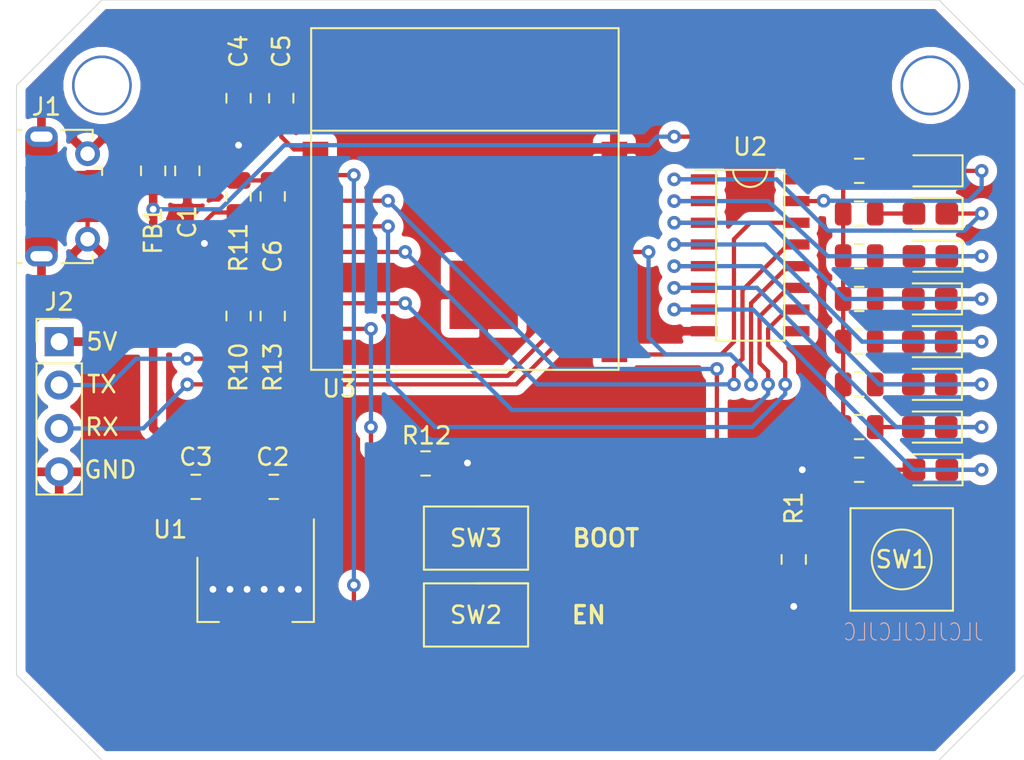
<source format=kicad_pcb>
(kicad_pcb (version 20171130) (host pcbnew "(5.1.6)-1")
  (title_block (title PacketVis) (date 2019-11-21) (rev A01) (comment 1 "ESP8266 Network Traffick Visualizer") (comment 2 "Chandler McCowan"))
  (layers (0 F.Cu signal) (31 B.Cu signal) (34 B.Paste user hide) (35 F.Paste user hide) (36 B.SilkS user) (37 F.SilkS user) (38 B.Mask user) (39 F.Mask user) (44 Edge.Cuts user hide))
  (net 0 "")
  (net 1 GND)
  (net 2 /ESP_EN)
  (net 3 +3V3)
  (net 4 /SW_1)
  (net 5 /OUTPUT_ENABLE)
  (net 6 "Net-(D3-Pad2)")
  (net 7 "Net-(D4-Pad2)")
  (net 8 "Net-(D5-Pad2)")
  (net 9 "Net-(D6-Pad2)")
  (net 10 "Net-(D7-Pad2)")
  (net 11 "Net-(D8-Pad2)")
  (net 12 /RST)
  (net 13 /LATCH)
  (net 14 /ESP_TX)
  (net 15 /ESP_RX)
  (net 16 /DATA)
  (net 17 /BOOT)
  (net 18 /CLOCK)
  (net 19 /CLEAR)
  (net 20 +5V)
  (net 21 /LED_1)
  (net 22 /LED_2)
  (net 23 /LED_3)
  (net 24 /LED_4)
  (net 25 /LED_5)
  (net 26 /LED_6)
  (net 27 /LED_7)
  (net 28 /LED_8)
  (net 29 "Net-(J1-Pad3)")
  (net 30 "Net-(J1-Pad4)")
  (net 31 "Net-(J1-Pad2)")
  (net 32 "Net-(C1-Pad1)")
  (net 33 "Net-(D1-Pad2)")
  (net 34 "Net-(D2-Pad2)")
  (net 35 "Net-(R13-Pad1)")
  (net 36 "Net-(U2-Pad9)")
  (net 37 "Net-(U3-Pad17)")
  (net 38 "Net-(U3-Pad16)")
  (module Connector_PinHeader_2.54mm:PinHeader_1x04_P2.54mm_Vertical (layer F.Cu) (at 184.68 94)
    (fp_text reference J2 (at 0 -2.33) (layer F.SilkS))
    (fp_text value Conn_01x04)
    (fp_line (start -1.33 8.95) (end 1.33 8.95) (layer F.SilkS) (width 0.12))
    (fp_line (start -1.33 1.27) (end -1.33 8.95) (layer F.SilkS) (width 0.12))
    (fp_line (start 1.33 1.27) (end 1.33 8.95) (layer F.SilkS) (width 0.12))
    (fp_line (start -1.33 1.27) (end 1.33 1.27) (layer F.SilkS) (width 0.12))
    (fp_line (start -1.33 0) (end -1.33 -1.33) (layer F.SilkS) (width 0.12))
    (fp_line (start -1.33 -1.33) (end 0 -1.33) (layer F.SilkS) (width 0.12))
    (pad 4 thru_hole oval (at 0 7.62) (size 1.7 1.7) (drill 1) (layers *.Cu *.Mask) (net 1 GND))
    (pad 3 thru_hole oval (at 0 5.08) (size 1.7 1.7) (drill 1) (layers *.Cu *.Mask) (net 15 /ESP_RX))
    (pad 2 thru_hole oval (at 0 2.54) (size 1.7 1.7) (drill 1) (layers *.Cu *.Mask) (net 14 /ESP_TX))
    (pad 1 thru_hole rect (at 0 0) (size 1.7 1.7) (drill 1) (layers *.Cu *.Mask) (net 20 +5V))
  )
  (module PacketVis_Footprints:ESP-WROOM-02D (layer F.Cu) (at 199.68 82.75)
    (fp_text reference U3 (at 1.4 14) (layer F.SilkS))
    (fp_text value ESP-WROOM-02D)
    (fp_line (start -0.25 -7.1) (end -0.25 12.9) (layer F.SilkS) (width 0.12))
    (fp_line (start -0.25 12.9) (end 17.75 12.9) (layer F.SilkS) (width 0.12))
    (fp_line (start 17.75 12.9) (end 17.75 -7.1) (layer F.SilkS) (width 0.12))
    (fp_line (start 17.75 -7.1) (end -0.25 -7.1) (layer F.SilkS) (width 0.12))
    (fp_line (start -0.25 -1.1) (end 17.75 -1.1) (layer F.SilkS) (width 0.12))
    (pad 19 smd rect (at 9.85 8.51) (size 4 4) (layers F.Cu F.Mask) (net 1 GND))
    (pad 18 smd rect (at 17.5 0) (size 1.5 0.9) (layers F.Cu F.Paste F.Mask) (net 1 GND))
    (pad 17 smd rect (at 17.5 1.5) (size 1.5 0.9) (layers F.Cu F.Paste F.Mask) (net 37 "Net-(U3-Pad17)"))
    (pad 16 smd rect (at 17.5 3) (size 1.5 0.9) (layers F.Cu F.Paste F.Mask) (net 38 "Net-(U3-Pad16)"))
    (pad 15 smd rect (at 17.5 4.5) (size 1.5 0.9) (layers F.Cu F.Paste F.Mask) (net 12 /RST))
    (pad 14 smd rect (at 17.5 6) (size 1.5 0.9) (layers F.Cu F.Paste F.Mask) (net 13 /LATCH))
    (pad 13 smd rect (at 17.5 7.5) (size 1.5 0.9) (layers F.Cu F.Paste F.Mask) (net 1 GND))
    (pad 12 smd rect (at 17.5 9) (size 1.5 0.9) (layers F.Cu F.Paste F.Mask) (net 14 /ESP_TX))
    (pad 11 smd rect (at 17.5 10.5) (size 1.5 0.9) (layers F.Cu F.Paste F.Mask) (net 15 /ESP_RX))
    (pad 10 smd rect (at 17.5 12) (size 1.5 0.9) (layers F.Cu F.Paste F.Mask) (net 16 /DATA))
    (pad 9 smd rect (at 0 12) (size 1.5 0.9) (layers F.Cu F.Paste F.Mask) (net 1 GND))
    (pad 8 smd rect (at 0 10.5) (size 1.5 0.9) (layers F.Cu F.Paste F.Mask) (net 17 /BOOT))
    (pad 7 smd rect (at 0 9) (size 1.5 0.9) (layers F.Cu F.Paste F.Mask) (net 18 /CLOCK))
    (pad 6 smd rect (at 0 7.5) (size 1.5 0.9) (layers F.Cu F.Paste F.Mask) (net 35 "Net-(R13-Pad1)"))
    (pad 5 smd rect (at 0 6) (size 1.5 0.9) (layers F.Cu F.Paste F.Mask) (net 5 /OUTPUT_ENABLE))
    (pad 4 smd rect (at 0 4.5) (size 1.5 0.9) (layers F.Cu F.Paste F.Mask) (net 19 /CLEAR))
    (pad 3 smd rect (at 0 3) (size 1.5 0.9) (layers F.Cu F.Paste F.Mask) (net 4 /SW_1))
    (pad 2 smd rect (at 0 1.5) (size 1.5 0.9) (layers F.Cu F.Paste F.Mask) (net 2 /ESP_EN))
    (pad 1 smd rect (at 0 0) (size 1.5 0.9) (layers F.Cu F.Paste F.Mask) (net 3 +3V3))
  )
  (module PacketVis_Footprints:SOIC-16 (layer F.Cu) (at 222.43 84.5)
    (fp_text reference U2 (at 2.7 -1.905) (layer F.SilkS))
    (fp_text value 74HC595)
    (fp_line (start 4.7 9.445) (end 0.7 9.445) (layer F.SilkS) (width 0.12))
    (fp_line (start 4.7 -0.555) (end 4.7 9.445) (layer F.SilkS) (width 0.12))
    (fp_line (start 0.7 -0.555) (end 4.7 -0.555) (layer F.SilkS) (width 0.12))
    (fp_line (start 0.7 9.445) (end 0.7 -0.555) (layer F.SilkS) (width 0.12))
    (fp_line (start 0.7 -0.555) (end -0.55 -0.555) (layer F.SilkS) (width 0.12))
    (fp_arc (start 2.7 -0.555) (end 1.7 -0.555) (angle -180) (layer F.SilkS) (width 0.12))
    (pad 16 smd rect (at 5.4 0) (size 1.55 0.6) (layers F.Cu F.Paste F.Mask) (net 20 +5V))
    (pad 15 smd rect (at 5.4 1.27) (size 1.55 0.6) (layers F.Cu F.Paste F.Mask) (net 21 /LED_1))
    (pad 14 smd rect (at 5.4 2.54) (size 1.55 0.6) (layers F.Cu F.Paste F.Mask) (net 16 /DATA))
    (pad 13 smd rect (at 5.4 3.81) (size 1.55 0.6) (layers F.Cu F.Paste F.Mask) (net 5 /OUTPUT_ENABLE))
    (pad 12 smd rect (at 5.4 5.08) (size 1.55 0.6) (layers F.Cu F.Paste F.Mask) (net 13 /LATCH))
    (pad 11 smd rect (at 5.4 6.35) (size 1.55 0.6) (layers F.Cu F.Paste F.Mask) (net 18 /CLOCK))
    (pad 10 smd rect (at 5.4 7.62) (size 1.55 0.6) (layers F.Cu F.Paste F.Mask) (net 19 /CLEAR))
    (pad 9 smd rect (at 5.4 8.89) (size 1.55 0.6) (layers F.Cu F.Paste F.Mask) (net 36 "Net-(U2-Pad9)"))
    (pad 8 smd rect (at 0 8.89) (size 1.55 0.6) (layers F.Cu F.Paste F.Mask) (net 1 GND))
    (pad 7 smd rect (at 0 7.62) (size 1.55 0.6) (layers F.Cu F.Paste F.Mask) (net 28 /LED_8))
    (pad 6 smd rect (at 0 6.35) (size 1.55 0.6) (layers F.Cu F.Paste F.Mask) (net 27 /LED_7))
    (pad 5 smd rect (at 0 5.08) (size 1.55 0.6) (layers F.Cu F.Paste F.Mask) (net 26 /LED_6))
    (pad 4 smd rect (at 0 3.81) (size 1.55 0.6) (layers F.Cu F.Paste F.Mask) (net 25 /LED_5))
    (pad 3 smd rect (at 0 2.54) (size 1.55 0.6) (layers F.Cu F.Paste F.Mask) (net 24 /LED_4))
    (pad 2 smd rect (at 0 1.27) (size 1.55 0.6) (layers F.Cu F.Paste F.Mask) (net 23 /LED_3))
    (pad 1 smd rect (at 0 0) (size 1.55 0.6) (layers F.Cu F.Paste F.Mask) (net 22 /LED_2))
  )
  (module PacketVis_Footprints:PTS636_SM25F_SMTR_LFS (layer F.Cu) (at 205.18 105.5)
    (fp_text reference SW3 (at 3.9 0) (layer F.SilkS))
    (fp_text value SW_SPST)
    (fp_line (start 3.9 -1.85) (end 6.95 -1.85) (layer F.SilkS) (width 0.12))
    (fp_line (start 6.95 1.85) (end 0.85 1.85) (layer F.SilkS) (width 0.12))
    (fp_line (start 6.95 -1.85) (end 6.95 1.85) (layer F.SilkS) (width 0.12))
    (fp_line (start 0.85 -1.85) (end 6.95 -1.85) (layer F.SilkS) (width 0.12))
    (fp_line (start 0.85 1.85) (end 0.85 -1.85) (layer F.SilkS) (width 0.12))
    (pad 1 smd rect (at 0 0 90) (size 2.1 2.4) (layers F.Cu F.Paste F.Mask) (net 17 /BOOT))
    (pad 2 smd rect (at 7.8 0 90) (size 2.1 2.4) (layers F.Cu F.Paste F.Mask) (net 1 GND))
  )
  (module PacketVis_Footprints:PTS636_SM25F_SMTR_LFS (layer F.Cu) (at 205.18 110)
    (fp_text reference SW2 (at 3.9 0) (layer F.SilkS))
    (fp_text value SW_SPST)
    (fp_line (start 3.9 -1.85) (end 6.95 -1.85) (layer F.SilkS) (width 0.12))
    (fp_line (start 6.95 1.85) (end 0.85 1.85) (layer F.SilkS) (width 0.12))
    (fp_line (start 6.95 -1.85) (end 6.95 1.85) (layer F.SilkS) (width 0.12))
    (fp_line (start 0.85 -1.85) (end 6.95 -1.85) (layer F.SilkS) (width 0.12))
    (fp_line (start 0.85 1.85) (end 0.85 -1.85) (layer F.SilkS) (width 0.12))
    (pad 1 smd rect (at 0 0 90) (size 2.1 2.4) (layers F.Cu F.Paste F.Mask) (net 2 /ESP_EN))
    (pad 2 smd rect (at 7.8 0 90) (size 2.1 2.4) (layers F.Cu F.Paste F.Mask) (net 1 GND))
  )
  (module "PacketVis_Footprints:PTS645SK50SMTR92 LFS" (layer F.Cu) (at 234 106.75)
    (fp_text reference SW1 (at 0 0) (layer F.SilkS))
    (fp_text value SW_Push_Dual)
    (fp_line (start 3 3) (end -3 3) (layer F.SilkS) (width 0.12))
    (fp_circle (center 0 0) (end 1.75 0) (layer F.SilkS) (width 0.12))
    (fp_line (start -3 3) (end -3 -3) (layer F.SilkS) (width 0.12))
    (fp_line (start 3 -3) (end 3 3) (layer F.SilkS) (width 0.12))
    (fp_line (start -3 -3) (end 3 -3) (layer F.SilkS) (width 0.12))
    (pad 3 smd rect (at 3.975 -2.25) (size 1.55 1.3) (layers F.Cu F.Paste F.Mask) (net 4 /SW_1))
    (pad 4 smd rect (at 3.975 2.25) (size 1.55 1.3) (layers F.Cu F.Paste F.Mask) (net 1 GND))
    (pad 2 smd rect (at -3.975 2.25) (size 1.55 1.3) (layers F.Cu F.Paste F.Mask) (net 1 GND))
    (pad 1 smd rect (at -3.975 -2.25) (size 1.55 1.3) (layers F.Cu F.Paste F.Mask) (net 4 /SW_1))
  )
  (module Inductor_SMD:L_0805_2012Metric (layer F.Cu) (at 190.18 84 270)
    (fp_text reference FB1 (at 3.5 0 90) (layer F.SilkS))
    (fp_text value Ferrite_Bead)
    (fp_line (start -0.258578 -0.71) (end 0.258578 -0.71) (layer F.SilkS) (width 0.12))
    (fp_line (start -0.258578 0.71) (end 0.258578 0.71) (layer F.SilkS) (width 0.12))
    (pad 2 smd roundrect (at 0.9375 0 270) (size 0.975 1.4) (layers F.Cu F.Paste F.Mask) (net 20 +5V))
    (pad 1 smd roundrect (at -0.9375 0 270) (size 0.975 1.4) (layers F.Cu F.Paste F.Mask) (net 32 "Net-(C1-Pad1)"))
  )
  (module Package_TO_SOT_SMD:SOT-223-3_TabPin2 (layer F.Cu) (at 196.18 108.5 270)
    (fp_text reference U1 (at -3.5 5 180) (layer F.SilkS))
    (fp_text value "3.3V 1A")
    (fp_line (start 1.91 3.41) (end 1.91 2.15) (layer F.SilkS) (width 0.12))
    (fp_line (start 1.91 -3.41) (end 1.91 -2.15) (layer F.SilkS) (width 0.12))
    (fp_line (start -1.85 3.41) (end 1.91 3.41) (layer F.SilkS) (width 0.12))
    (fp_line (start -4.1 -3.41) (end 1.91 -3.41) (layer F.SilkS) (width 0.12))
    (pad 1 smd rect (at -3.15 -2.3 270) (size 2 1.5) (layers F.Cu F.Paste F.Mask) (net 1 GND))
    (pad 3 smd rect (at -3.15 2.3 270) (size 2 1.5) (layers F.Cu F.Paste F.Mask) (net 20 +5V))
    (pad 2 smd rect (at -3.15 0 270) (size 2 1.5) (layers F.Cu F.Paste F.Mask) (net 3 +3V3))
    (pad 2 smd rect (at 3.15 0 270) (size 2 3.8) (layers F.Cu F.Paste F.Mask) (net 3 +3V3))
  )
  (module Resistor_SMD:R_0805_2012Metric (layer F.Cu) (at 195.18 92.5 90)
    (fp_text reference R10 (at -3 0 90) (layer F.SilkS))
    (fp_text value 10k)
    (fp_line (start -0.258578 -0.71) (end 0.258578 -0.71) (layer F.SilkS) (width 0.12))
    (fp_line (start -0.258578 0.71) (end 0.258578 0.71) (layer F.SilkS) (width 0.12))
    (pad 2 smd roundrect (at 0.9375 0 90) (size 0.975 1.4) (layers F.Cu F.Paste F.Mask) (net 5 /OUTPUT_ENABLE))
    (pad 1 smd roundrect (at -0.9375 0 90) (size 0.975 1.4) (layers F.Cu F.Paste F.Mask) (net 20 +5V))
  )
  (module Resistor_SMD:R_0805_2012Metric (layer F.Cu) (at 227.68 106.75 90)
    (fp_text reference R1 (at 3 0 90) (layer F.SilkS))
    (fp_text value 10k)
    (fp_line (start -0.258578 -0.71) (end 0.258578 -0.71) (layer F.SilkS) (width 0.12))
    (fp_line (start -0.258578 0.71) (end 0.258578 0.71) (layer F.SilkS) (width 0.12))
    (pad 2 smd roundrect (at 0.9375 0 90) (size 0.975 1.4) (layers F.Cu F.Paste F.Mask) (net 4 /SW_1))
    (pad 1 smd roundrect (at -0.9375 0 90) (size 0.975 1.4) (layers F.Cu F.Paste F.Mask) (net 3 +3V3))
  )
  (module Resistor_SMD:R_0805_2012Metric (layer F.Cu) (at 195.18 85.5 90)
    (fp_text reference R11 (at -3 0 90) (layer F.SilkS))
    (fp_text value 10k)
    (fp_line (start -0.258578 -0.71) (end 0.258578 -0.71) (layer F.SilkS) (width 0.12))
    (fp_line (start -0.258578 0.71) (end 0.258578 0.71) (layer F.SilkS) (width 0.12))
    (pad 2 smd roundrect (at 0.9375 0 90) (size 0.975 1.4) (layers F.Cu F.Paste F.Mask) (net 2 /ESP_EN))
    (pad 1 smd roundrect (at -0.9375 0 90) (size 0.975 1.4) (layers F.Cu F.Paste F.Mask) (net 3 +3V3))
  )
  (module Resistor_SMD:R_0805_2012Metric (layer F.Cu) (at 197.18 92.5 270)
    (fp_text reference R13 (at 3 0 90) (layer F.SilkS))
    (fp_text value 10k)
    (fp_line (start -0.258578 -0.71) (end 0.258578 -0.71) (layer F.SilkS) (width 0.12))
    (fp_line (start -0.258578 0.71) (end 0.258578 0.71) (layer F.SilkS) (width 0.12))
    (pad 2 smd roundrect (at 0.9375 0 270) (size 0.975 1.4) (layers F.Cu F.Paste F.Mask) (net 1 GND))
    (pad 1 smd roundrect (at -0.9375 0 270) (size 0.975 1.4) (layers F.Cu F.Paste F.Mask) (net 35 "Net-(R13-Pad1)"))
  )
  (module Resistor_SMD:R_0805_2012Metric (layer F.Cu) (at 206.13 101.13 180)
    (fp_text reference R12 (at -0.05 1.63) (layer F.SilkS))
    (fp_text value 10k)
    (fp_line (start -0.258578 -0.71) (end 0.258578 -0.71) (layer F.SilkS) (width 0.12))
    (fp_line (start -0.258578 0.71) (end 0.258578 0.71) (layer F.SilkS) (width 0.12))
    (pad 2 smd roundrect (at 0.9375 0 180) (size 0.975 1.4) (layers F.Cu F.Paste F.Mask) (net 17 /BOOT))
    (pad 1 smd roundrect (at -0.9375 0 180) (size 0.975 1.4) (layers F.Cu F.Paste F.Mask) (net 3 +3V3))
  )
  (module Connector_USB:USB_Micro-B_Molex-105017-0001 (layer F.Cu) (at 184.88 85.5 270)
    (fp_text reference J1 (at -5.25 0.95 180) (layer F.SilkS))
    (fp_text value USB_B_Micro)
    (fp_line (start -3.9 -1.7625) (end -3.45 -1.7625) (layer F.SilkS) (width 0.12))
    (fp_line (start -3.9 0.0875) (end -3.9 -1.7625) (layer F.SilkS) (width 0.12))
    (fp_line (start 3.9 2.6375) (end 3.9 2.3875) (layer F.SilkS) (width 0.12))
    (fp_line (start -3.9 2.6375) (end -3.9 2.3875) (layer F.SilkS) (width 0.12))
    (fp_line (start 3.9 0.0875) (end 3.9 -1.7625) (layer F.SilkS) (width 0.12))
    (fp_line (start 3.9 -1.7625) (end 3.45 -1.7625) (layer F.SilkS) (width 0.12))
    (fp_line (start -1.7 -2.3125) (end -1.25 -2.3125) (layer F.SilkS) (width 0.12))
    (fp_line (start -1.7 -2.3125) (end -1.7 -1.8625) (layer F.SilkS) (width 0.12))
    (pad 6 smd rect (at -2.9 1.2375 270) (size 1.2 1.9) (layers F.Cu F.Mask) (net 1 GND))
    (pad 6 smd rect (at 2.9 1.2375 270) (size 1.2 1.9) (layers F.Cu F.Mask) (net 1 GND))
    (pad 6 thru_hole oval (at 3.5 1.2375 270) (size 1.2 1.9) (drill oval 0.6 1.3) (layers *.Cu *.Mask) (net 1 GND))
    (pad 6 thru_hole oval (at -3.5 1.2375 90) (size 1.2 1.9) (drill oval 0.6 1.3) (layers *.Cu *.Mask) (net 1 GND))
    (pad 6 smd rect (at -1 1.2375 270) (size 1.5 1.9) (layers F.Cu F.Paste F.Mask) (net 1 GND))
    (pad 6 thru_hole circle (at 2.5 -1.4625 270) (size 1.45 1.45) (drill 0.85) (layers *.Cu *.Mask) (net 1 GND))
    (pad 3 smd rect (at 0 -1.4625 270) (size 0.4 1.35) (layers F.Cu F.Paste F.Mask) (net 29 "Net-(J1-Pad3)"))
    (pad 4 smd rect (at 0.65 -1.4625 270) (size 0.4 1.35) (layers F.Cu F.Paste F.Mask) (net 30 "Net-(J1-Pad4)"))
    (pad 5 smd rect (at 1.3 -1.4625 270) (size 0.4 1.35) (layers F.Cu F.Paste F.Mask) (net 1 GND))
    (pad 1 smd rect (at -1.3 -1.4625 270) (size 0.4 1.35) (layers F.Cu F.Paste F.Mask) (net 32 "Net-(C1-Pad1)"))
    (pad 2 smd rect (at -0.65 -1.4625 270) (size 0.4 1.35) (layers F.Cu F.Paste F.Mask) (net 31 "Net-(J1-Pad2)"))
    (pad 6 thru_hole circle (at -2.5 -1.4625 270) (size 1.45 1.45) (drill 0.85) (layers *.Cu *.Mask) (net 1 GND))
    (pad 6 smd rect (at 1 1.2375 270) (size 1.5 1.9) (layers F.Cu F.Paste F.Mask) (net 1 GND))
  )
  (module Capacitor_SMD:C_0805_2012Metric (layer F.Cu) (at 197.2425 102.5)
    (fp_text reference C2 (at -0.0625 -1.75) (layer F.SilkS))
    (fp_text value 4.7uF)
    (fp_line (start -0.258578 -0.71) (end 0.258578 -0.71) (layer F.SilkS) (width 0.12))
    (fp_line (start -0.258578 0.71) (end 0.258578 0.71) (layer F.SilkS) (width 0.12))
    (pad 2 smd roundrect (at 0.9375 0) (size 0.975 1.4) (layers F.Cu F.Paste F.Mask) (net 1 GND))
    (pad 1 smd roundrect (at -0.9375 0) (size 0.975 1.4) (layers F.Cu F.Paste F.Mask) (net 3 +3V3))
  )
  (module Capacitor_SMD:C_0805_2012Metric (layer F.Cu) (at 197.18 85.5 270)
    (fp_text reference C6 (at 3.5 0 90) (layer F.SilkS))
    (fp_text value 0.1uF)
    (fp_line (start -0.258578 -0.71) (end 0.258578 -0.71) (layer F.SilkS) (width 0.12))
    (fp_line (start -0.258578 0.71) (end 0.258578 0.71) (layer F.SilkS) (width 0.12))
    (pad 2 smd roundrect (at 0.9375 0 270) (size 0.975 1.4) (layers F.Cu F.Paste F.Mask) (net 1 GND))
    (pad 1 smd roundrect (at -0.9375 0 270) (size 0.975 1.4) (layers F.Cu F.Paste F.Mask) (net 2 /ESP_EN))
  )
  (module Capacitor_SMD:C_0805_2012Metric (layer F.Cu) (at 192.68 102.5 180)
    (fp_text reference C3 (at 0 1.75) (layer F.SilkS))
    (fp_text value 4.7uF)
    (fp_line (start -0.258578 -0.71) (end 0.258578 -0.71) (layer F.SilkS) (width 0.12))
    (fp_line (start -0.258578 0.71) (end 0.258578 0.71) (layer F.SilkS) (width 0.12))
    (pad 2 smd roundrect (at 0.9375 0 180) (size 0.975 1.4) (layers F.Cu F.Paste F.Mask) (net 1 GND))
    (pad 1 smd roundrect (at -0.9375 0 180) (size 0.975 1.4) (layers F.Cu F.Paste F.Mask) (net 20 +5V))
  )
  (module Capacitor_SMD:C_0805_2012Metric (layer F.Cu) (at 192.18 84 270)
    (fp_text reference C1 (at 3 0 90) (layer F.SilkS))
    (fp_text value 47pF)
    (fp_line (start -0.258578 -0.71) (end 0.258578 -0.71) (layer F.SilkS) (width 0.12))
    (fp_line (start -0.258578 0.71) (end 0.258578 0.71) (layer F.SilkS) (width 0.12))
    (pad 2 smd roundrect (at 0.9375 0 270) (size 0.975 1.4) (layers F.Cu F.Paste F.Mask) (net 1 GND))
    (pad 1 smd roundrect (at -0.9375 0 270) (size 0.975 1.4) (layers F.Cu F.Paste F.Mask) (net 32 "Net-(C1-Pad1)"))
  )
  (module Capacitor_SMD:C_0805_2012Metric (layer F.Cu) (at 197.68 79.75 90)
    (fp_text reference C5 (at 2.75 0 90) (layer F.SilkS))
    (fp_text value 0.1uF)
    (fp_line (start -0.258578 -0.71) (end 0.258578 -0.71) (layer F.SilkS) (width 0.12))
    (fp_line (start -0.258578 0.71) (end 0.258578 0.71) (layer F.SilkS) (width 0.12))
    (pad 2 smd roundrect (at 0.9375 0 90) (size 0.975 1.4) (layers F.Cu F.Paste F.Mask) (net 1 GND))
    (pad 1 smd roundrect (at -0.9375 0 90) (size 0.975 1.4) (layers F.Cu F.Paste F.Mask) (net 3 +3V3))
  )
  (module Capacitor_SMD:C_0805_2012Metric (layer F.Cu) (at 195.18 79.75 90)
    (fp_text reference C4 (at 2.75 0 90) (layer F.SilkS))
    (fp_text value 10uF)
    (fp_line (start -0.258578 -0.71) (end 0.258578 -0.71) (layer F.SilkS) (width 0.12))
    (fp_line (start -0.258578 0.71) (end 0.258578 0.71) (layer F.SilkS) (width 0.12))
    (pad 2 smd roundrect (at 0.9375 0 90) (size 0.975 1.4) (layers F.Cu F.Paste F.Mask) (net 1 GND))
    (pad 1 smd roundrect (at -0.9375 0 90) (size 0.975 1.4) (layers F.Cu F.Paste F.Mask) (net 3 +3V3))
  )
  (module Resistor_SMD:R_0805_2012Metric (layer F.Cu) (at 231.51 101.5)
    (fp_text reference R9 hide)
    (fp_text value 75R)
    (fp_line (start -0.258578 -0.71) (end 0.258578 -0.71) (layer F.SilkS) (width 0.12))
    (fp_line (start -0.258578 0.71) (end 0.258578 0.71) (layer F.SilkS) (width 0.12))
    (pad 2 smd roundrect (at 0.9375 0) (size 0.975 1.4) (layers F.Cu F.Paste F.Mask) (net 11 "Net-(D8-Pad2)"))
    (pad 1 smd roundrect (at -0.9375 0) (size 0.975 1.4) (layers F.Cu F.Paste F.Mask) (net 3 +3V3))
  )
  (module Resistor_SMD:R_0805_2012Metric (layer F.Cu) (at 231.51 99)
    (fp_text reference R8 hide)
    (fp_text value 75R)
    (fp_line (start -0.258578 -0.71) (end 0.258578 -0.71) (layer F.SilkS) (width 0.12))
    (fp_line (start -0.258578 0.71) (end 0.258578 0.71) (layer F.SilkS) (width 0.12))
    (pad 2 smd roundrect (at 0.9375 0) (size 0.975 1.4) (layers F.Cu F.Paste F.Mask) (net 10 "Net-(D7-Pad2)"))
    (pad 1 smd roundrect (at -0.9375 0) (size 0.975 1.4) (layers F.Cu F.Paste F.Mask) (net 3 +3V3))
  )
  (module Resistor_SMD:R_0805_2012Metric (layer F.Cu) (at 231.51 96.5)
    (fp_text reference R7 hide)
    (fp_text value 75R)
    (fp_line (start -0.258578 -0.71) (end 0.258578 -0.71) (layer F.SilkS) (width 0.12))
    (fp_line (start -0.258578 0.71) (end 0.258578 0.71) (layer F.SilkS) (width 0.12))
    (pad 2 smd roundrect (at 0.9375 0) (size 0.975 1.4) (layers F.Cu F.Paste F.Mask) (net 9 "Net-(D6-Pad2)"))
    (pad 1 smd roundrect (at -0.9375 0) (size 0.975 1.4) (layers F.Cu F.Paste F.Mask) (net 3 +3V3))
  )
  (module Resistor_SMD:R_0805_2012Metric (layer F.Cu) (at 231.51 94)
    (fp_text reference R6 hide)
    (fp_text value 75R)
    (fp_line (start -0.258578 -0.71) (end 0.258578 -0.71) (layer F.SilkS) (width 0.12))
    (fp_line (start -0.258578 0.71) (end 0.258578 0.71) (layer F.SilkS) (width 0.12))
    (pad 2 smd roundrect (at 0.9375 0) (size 0.975 1.4) (layers F.Cu F.Paste F.Mask) (net 8 "Net-(D5-Pad2)"))
    (pad 1 smd roundrect (at -0.9375 0) (size 0.975 1.4) (layers F.Cu F.Paste F.Mask) (net 3 +3V3))
  )
  (module Resistor_SMD:R_0805_2012Metric (layer F.Cu) (at 231.51 91.5)
    (fp_text reference R5 hide)
    (fp_text value 75R)
    (fp_line (start -0.258578 -0.71) (end 0.258578 -0.71) (layer F.SilkS) (width 0.12))
    (fp_line (start -0.258578 0.71) (end 0.258578 0.71) (layer F.SilkS) (width 0.12))
    (pad 2 smd roundrect (at 0.9375 0) (size 0.975 1.4) (layers F.Cu F.Paste F.Mask) (net 7 "Net-(D4-Pad2)"))
    (pad 1 smd roundrect (at -0.9375 0) (size 0.975 1.4) (layers F.Cu F.Paste F.Mask) (net 3 +3V3))
  )
  (module Resistor_SMD:R_0805_2012Metric (layer F.Cu) (at 231.51 89)
    (fp_text reference R4 hide)
    (fp_text value 75R)
    (fp_line (start -0.258578 -0.71) (end 0.258578 -0.71) (layer F.SilkS) (width 0.12))
    (fp_line (start -0.258578 0.71) (end 0.258578 0.71) (layer F.SilkS) (width 0.12))
    (pad 2 smd roundrect (at 0.9375 0) (size 0.975 1.4) (layers F.Cu F.Paste F.Mask) (net 6 "Net-(D3-Pad2)"))
    (pad 1 smd roundrect (at -0.9375 0) (size 0.975 1.4) (layers F.Cu F.Paste F.Mask) (net 3 +3V3))
  )
  (module Resistor_SMD:R_0805_2012Metric (layer F.Cu) (at 231.51 86.5)
    (fp_text reference R3 hide)
    (fp_text value 75R)
    (fp_line (start -0.258578 -0.71) (end 0.258578 -0.71) (layer F.SilkS) (width 0.12))
    (fp_line (start -0.258578 0.71) (end 0.258578 0.71) (layer F.SilkS) (width 0.12))
    (pad 2 smd roundrect (at 0.9375 0) (size 0.975 1.4) (layers F.Cu F.Paste F.Mask) (net 34 "Net-(D2-Pad2)"))
    (pad 1 smd roundrect (at -0.9375 0) (size 0.975 1.4) (layers F.Cu F.Paste F.Mask) (net 3 +3V3))
  )
  (module Resistor_SMD:R_0805_2012Metric (layer F.Cu) (at 231.51 84)
    (fp_text reference R2 hide)
    (fp_text value 75R)
    (fp_line (start -0.258578 -0.71) (end 0.258578 -0.71) (layer F.SilkS) (width 0.12))
    (fp_line (start -0.258578 0.71) (end 0.258578 0.71) (layer F.SilkS) (width 0.12))
    (pad 2 smd roundrect (at 0.9375 0) (size 0.975 1.4) (layers F.Cu F.Paste F.Mask) (net 33 "Net-(D1-Pad2)"))
    (pad 1 smd roundrect (at -0.9375 0) (size 0.975 1.4) (layers F.Cu F.Paste F.Mask) (net 3 +3V3))
  )
  (module LED_SMD:LED_0805_2012Metric_Castellated (layer F.Cu) (at 235.68 84 180)
    (fp_text reference D1 hide)
    (fp_text value LED)
    (fp_line (start 1 -0.91) (end -1.885 -0.91) (layer F.SilkS) (width 0.12))
    (fp_line (start -1.885 -0.91) (end -1.885 0.91) (layer F.SilkS) (width 0.12))
    (fp_line (start -1.885 0.91) (end 1 0.91) (layer F.SilkS) (width 0.12))
    (pad 2 smd roundrect (at 0.9625 0 180) (size 1.325 1.3) (layers F.Cu F.Paste F.Mask) (roundrect_rratio 0.192308) (net 33 "Net-(D1-Pad2)"))
    (pad 1 smd roundrect (at -0.9625 0 180) (size 1.325 1.3) (layers F.Cu F.Paste F.Mask) (roundrect_rratio 0.192308) (net 21 /LED_1))
  )
  (module LED_SMD:LED_0805_2012Metric_Castellated (layer F.Cu) (at 235.68 101.5 180)
    (fp_text reference D8 hide)
    (fp_text value LED)
    (fp_line (start 1 -0.91) (end -1.885 -0.91) (layer F.SilkS) (width 0.12))
    (fp_line (start -1.885 -0.91) (end -1.885 0.91) (layer F.SilkS) (width 0.12))
    (fp_line (start -1.885 0.91) (end 1 0.91) (layer F.SilkS) (width 0.12))
    (pad 2 smd roundrect (at 0.9625 0 180) (size 1.325 1.3) (layers F.Cu F.Paste F.Mask) (roundrect_rratio 0.192308) (net 11 "Net-(D8-Pad2)"))
    (pad 1 smd roundrect (at -0.9625 0 180) (size 1.325 1.3) (layers F.Cu F.Paste F.Mask) (roundrect_rratio 0.192308) (net 28 /LED_8))
  )
  (module LED_SMD:LED_0805_2012Metric_Castellated (layer F.Cu) (at 235.6425 99 180)
    (fp_text reference D7 hide)
    (fp_text value LED)
    (fp_line (start 1 -0.91) (end -1.885 -0.91) (layer F.SilkS) (width 0.12))
    (fp_line (start -1.885 -0.91) (end -1.885 0.91) (layer F.SilkS) (width 0.12))
    (fp_line (start -1.885 0.91) (end 1 0.91) (layer F.SilkS) (width 0.12))
    (pad 2 smd roundrect (at 0.9625 0 180) (size 1.325 1.3) (layers F.Cu F.Paste F.Mask) (roundrect_rratio 0.192308) (net 10 "Net-(D7-Pad2)"))
    (pad 1 smd roundrect (at -0.9625 0 180) (size 1.325 1.3) (layers F.Cu F.Paste F.Mask) (roundrect_rratio 0.192308) (net 27 /LED_7))
  )
  (module LED_SMD:LED_0805_2012Metric_Castellated (layer F.Cu) (at 235.6425 96.5 180)
    (fp_text reference D6 hide)
    (fp_text value LED)
    (fp_line (start 1 -0.91) (end -1.885 -0.91) (layer F.SilkS) (width 0.12))
    (fp_line (start -1.885 -0.91) (end -1.885 0.91) (layer F.SilkS) (width 0.12))
    (fp_line (start -1.885 0.91) (end 1 0.91) (layer F.SilkS) (width 0.12))
    (pad 2 smd roundrect (at 0.9625 0 180) (size 1.325 1.3) (layers F.Cu F.Paste F.Mask) (roundrect_rratio 0.192308) (net 9 "Net-(D6-Pad2)"))
    (pad 1 smd roundrect (at -0.9625 0 180) (size 1.325 1.3) (layers F.Cu F.Paste F.Mask) (roundrect_rratio 0.192308) (net 26 /LED_6))
  )
  (module LED_SMD:LED_0805_2012Metric_Castellated (layer F.Cu) (at 235.6425 94 180)
    (fp_text reference D5 hide)
    (fp_text value LED)
    (fp_line (start 1 -0.91) (end -1.885 -0.91) (layer F.SilkS) (width 0.12))
    (fp_line (start -1.885 -0.91) (end -1.885 0.91) (layer F.SilkS) (width 0.12))
    (fp_line (start -1.885 0.91) (end 1 0.91) (layer F.SilkS) (width 0.12))
    (pad 2 smd roundrect (at 0.9625 0 180) (size 1.325 1.3) (layers F.Cu F.Paste F.Mask) (roundrect_rratio 0.192308) (net 8 "Net-(D5-Pad2)"))
    (pad 1 smd roundrect (at -0.9625 0 180) (size 1.325 1.3) (layers F.Cu F.Paste F.Mask) (roundrect_rratio 0.192308) (net 25 /LED_5))
  )
  (module LED_SMD:LED_0805_2012Metric_Castellated (layer F.Cu) (at 235.6425 91.5 180)
    (fp_text reference D4 hide)
    (fp_text value LED)
    (fp_line (start 1 -0.91) (end -1.885 -0.91) (layer F.SilkS) (width 0.12))
    (fp_line (start -1.885 -0.91) (end -1.885 0.91) (layer F.SilkS) (width 0.12))
    (fp_line (start -1.885 0.91) (end 1 0.91) (layer F.SilkS) (width 0.12))
    (pad 2 smd roundrect (at 0.9625 0 180) (size 1.325 1.3) (layers F.Cu F.Paste F.Mask) (roundrect_rratio 0.192308) (net 7 "Net-(D4-Pad2)"))
    (pad 1 smd roundrect (at -0.9625 0 180) (size 1.325 1.3) (layers F.Cu F.Paste F.Mask) (roundrect_rratio 0.192308) (net 24 /LED_4))
  )
  (module LED_SMD:LED_0805_2012Metric_Castellated (layer F.Cu) (at 235.68 89 180)
    (fp_text reference D3 hide)
    (fp_text value LED)
    (fp_line (start 1 -0.91) (end -1.885 -0.91) (layer F.SilkS) (width 0.12))
    (fp_line (start -1.885 -0.91) (end -1.885 0.91) (layer F.SilkS) (width 0.12))
    (fp_line (start -1.885 0.91) (end 1 0.91) (layer F.SilkS) (width 0.12))
    (pad 2 smd roundrect (at 0.9625 0 180) (size 1.325 1.3) (layers F.Cu F.Paste F.Mask) (roundrect_rratio 0.192308) (net 6 "Net-(D3-Pad2)"))
    (pad 1 smd roundrect (at -0.9625 0 180) (size 1.325 1.3) (layers F.Cu F.Paste F.Mask) (roundrect_rratio 0.192308) (net 23 /LED_3))
  )
  (module LED_SMD:LED_0805_2012Metric_Castellated (layer F.Cu) (at 235.68 86.5 180)
    (fp_text reference D2 hide)
    (fp_text value LED)
    (fp_line (start 1 -0.91) (end -1.885 -0.91) (layer F.SilkS) (width 0.12))
    (fp_line (start -1.885 -0.91) (end -1.885 0.91) (layer F.SilkS) (width 0.12))
    (fp_line (start -1.885 0.91) (end 1 0.91) (layer F.SilkS) (width 0.12))
    (pad 2 smd roundrect (at 0.9625 0 180) (size 1.325 1.3) (layers F.Cu F.Paste F.Mask) (roundrect_rratio 0.192308) (net 34 "Net-(D2-Pad2)"))
    (pad 1 smd roundrect (at -0.9625 0 180) (size 1.325 1.3) (layers F.Cu F.Paste F.Mask) (roundrect_rratio 0.192308) (net 22 /LED_2))
  )
  (gr_text JLCJLCJLCJLC (at 234.68 111) (layer B.SilkS) (effects (font (size 1 0.8) (thickness 0.0625)) (justify mirror)))
  (gr_text 5V (at 187.18 94) (layer F.SilkS) (effects (font (size 1 1))))
  (gr_text GND (at 187.68 101.5) (layer F.SilkS) (effects (font (size 1 1))))
  (gr_text RX (at 187.18 99) (layer F.SilkS) (effects (font (size 1 1))))
  (gr_text TX (at 187.18 96.5) (layer F.SilkS) (effects (font (size 1 1))))
  (gr_text EN (at 215.68 110) (layer F.SilkS) (effects (font (size 1 1) (thickness 0.2))))
  (gr_text BOOT (at 216.68 105.5) (layer F.SilkS) (effects (font (size 1 1) (thickness 0.2))))
  (gr_line (start 182.18 79) (end 187.18 74) (layer Edge.Cuts) (width 0.05))
  (gr_line (start 187.18 118.5) (end 182.18 113.5) (layer Edge.Cuts) (width 0.05))
  (gr_line (start 236.18 118.5) (end 241.18 113.5) (layer Edge.Cuts) (width 0.05))
  (gr_line (start 236.18 74) (end 241.18 79) (layer Edge.Cuts) (width 0.05))
  (gr_line (start 182.18 79) (end 182.18 113.5) (layer Edge.Cuts) (width 0.05))
  (gr_line (start 236.18 74) (end 187.18 74) (layer Edge.Cuts) (width 0.05))
  (gr_line (start 241.18 113.5) (end 241.18 79) (layer Edge.Cuts) (width 0.05))
  (gr_line (start 187.18 118.5) (end 236.18 118.5) (layer Edge.Cuts) (width 0.05))
  (via (at 187.18 79) (size 3.5) (drill 3.2) (layers F.Cu B.Cu) (net 0))
  (via (at 235.68 79) (size 3.5) (drill 3.2) (layers F.Cu B.Cu) (net 0))
  (segment (start 198.48 105.35) (end 201.03 105.35) (width 1.5) (layer F.Cu) (net 1))
  (segment (start 186.3425 86.8) (end 186.3425 88) (width 0.25) (layer F.Cu) (net 1))
  (segment (start 199.3675 84.5625) (end 199.68 84.25) (width 0.25) (layer F.Cu) (net 2))
  (segment (start 197.18 84.5625) (end 199.3675 84.5625) (width 0.25) (layer F.Cu) (net 2))
  (segment (start 197.18 84.5625) (end 195.18 84.5625) (width 0.25) (layer F.Cu) (net 2))
  (segment (start 199.68 84.25) (end 201.92996 84.25) (width 0.25) (layer F.Cu) (net 2))
  (via (at 201.92996 84.25) (size 0.8) (drill 0.4) (layers F.Cu B.Cu) (net 2))
  (via (at 201.930008 108.250008) (size 0.8) (drill 0.4) (layers F.Cu B.Cu) (net 2))
  (segment (start 201.92996 84.25) (end 201.92996 108.24996) (width 0.25) (layer B.Cu) (net 2))
  (segment (start 201.92996 108.24996) (end 201.930008 108.250008) (width 0.25) (layer B.Cu) (net 2))
  (segment (start 201.93 108.250016) (end 201.930008 108.250008) (width 0.25) (layer F.Cu) (net 2))
  (segment (start 201.93 109.5) (end 201.93 108.250016) (width 0.25) (layer F.Cu) (net 2))
  (segment (start 205.18 110) (end 202.43 110) (width 0.25) (layer F.Cu) (net 2))
  (segment (start 202.43 110) (end 201.93 109.5) (width 0.25) (layer F.Cu) (net 2))
  (via (at 193.68 108.5) (size 0.8) (drill 0.4) (layers F.Cu B.Cu) (net 3))
  (via (at 194.68 108.5) (size 0.8) (drill 0.4) (layers F.Cu B.Cu) (net 3))
  (via (at 195.68 108.5) (size 0.8) (drill 0.4) (layers F.Cu B.Cu) (net 3))
  (via (at 196.68 108.5) (size 0.8) (drill 0.4) (layers F.Cu B.Cu) (net 3))
  (via (at 197.68 108.5) (size 0.8) (drill 0.4) (layers F.Cu B.Cu) (net 3))
  (via (at 198.68 108.5) (size 0.8) (drill 0.4) (layers F.Cu B.Cu) (net 3))
  (segment (start 230.5725 84) (end 230.5725 101.5) (width 0.25) (layer F.Cu) (net 3))
  (segment (start 199.68 82.75) (end 198.43 82.75) (width 0.25) (layer F.Cu) (net 3))
  (segment (start 198.43 82.75) (end 197.68 82) (width 0.25) (layer F.Cu) (net 3))
  (segment (start 197.68 82) (end 197.68 80.6875) (width 0.25) (layer F.Cu) (net 3))
  (segment (start 196.88 80.6875) (end 195.18 80.6875) (width 0.25) (layer F.Cu) (net 3))
  (segment (start 197.68 80.6875) (end 196.88 80.6875) (width 0.25) (layer F.Cu) (net 3))
  (segment (start 196.18 102.625) (end 196.305 102.5) (width 0.25) (layer F.Cu) (net 3))
  (segment (start 196.18 105.35) (end 196.18 102.625) (width 0.5) (layer F.Cu) (net 3))
  (segment (start 195.18 80.6875) (end 195.18 82.5) (width 0.25) (layer F.Cu) (net 3))
  (via (at 195.18 82.5) (size 0.8) (drill 0.4) (layers F.Cu B.Cu) (net 3))
  (via (at 208.58 101.1) (size 0.8) (drill 0.4) (layers F.Cu B.Cu) (net 3))
  (via (at 193.18 88.25) (size 0.8) (drill 0.4) (layers F.Cu B.Cu) (net 3))
  (segment (start 207.0975 101.1) (end 207.0675 101.13) (width 0.25) (layer F.Cu) (net 3))
  (segment (start 208.58 101.1) (end 207.0975 101.1) (width 0.25) (layer F.Cu) (net 3))
  (segment (start 227.68 107.6875) (end 227.68 109.5) (width 0.25) (layer F.Cu) (net 3))
  (via (at 227.68 109.5) (size 0.8) (drill 0.4) (layers F.Cu B.Cu) (net 3))
  (segment (start 193.18 87) (end 193.18 88.25) (width 0.25) (layer F.Cu) (net 3))
  (segment (start 195.18 86.4375) (end 193.7425 86.4375) (width 0.25) (layer F.Cu) (net 3))
  (segment (start 193.7425 86.4375) (end 193.18 87) (width 0.25) (layer F.Cu) (net 3))
  (via (at 228.18 101.5) (size 0.8) (drill 0.4) (layers F.Cu B.Cu) (net 3))
  (segment (start 230.5725 101.5) (end 228.18 101.5) (width 0.25) (layer F.Cu) (net 3))
  (segment (start 228.18 104.5) (end 230.025 104.5) (width 0.25) (layer F.Cu) (net 4))
  (segment (start 227.68 105.8125) (end 227.68 105) (width 0.25) (layer F.Cu) (net 4))
  (segment (start 227.68 105) (end 228.18 104.5) (width 0.25) (layer F.Cu) (net 4))
  (segment (start 230.025 104.5) (end 237.975 104.5) (width 0.25) (layer F.Cu) (net 4))
  (via (at 203.93 85.749994) (size 0.8) (drill 0.4) (layers F.Cu B.Cu) (net 4))
  (segment (start 199.68 85.75) (end 203.929994 85.75) (width 0.25) (layer F.Cu) (net 4))
  (segment (start 203.929994 85.75) (end 203.93 85.749994) (width 0.25) (layer F.Cu) (net 4))
  (segment (start 222.614315 95.6) (end 223.18 95.6) (width 0.25) (layer B.Cu) (net 4))
  (segment (start 213.780006 95.6) (end 222.614315 95.6) (width 0.25) (layer B.Cu) (net 4))
  (segment (start 203.93 85.749994) (end 213.780006 95.6) (width 0.25) (layer B.Cu) (net 4))
  (via (at 223.18 95.6) (size 0.8) (drill 0.4) (layers F.Cu B.Cu) (net 4))
  (segment (start 223.18 96.165685) (end 223.18 95.6) (width 0.25) (layer F.Cu) (net 4))
  (segment (start 223.18 103) (end 223.18 96.165685) (width 0.25) (layer F.Cu) (net 4))
  (segment (start 227.68 105.8125) (end 225.9925 105.8125) (width 0.25) (layer F.Cu) (net 4))
  (segment (start 225.9925 105.8125) (end 223.18 103) (width 0.25) (layer F.Cu) (net 4))
  (segment (start 199.68 88.75) (end 195.93 88.75) (width 0.25) (layer F.Cu) (net 5))
  (segment (start 195.93 88.75) (end 195.18 89.5) (width 0.25) (layer F.Cu) (net 5))
  (segment (start 195.18 89.5) (end 195.18 91.5625) (width 0.25) (layer F.Cu) (net 5))
  (via (at 204.930018 88.75) (size 0.8) (drill 0.4) (layers F.Cu B.Cu) (net 5))
  (segment (start 199.68 88.75) (end 204.930018 88.75) (width 0.25) (layer F.Cu) (net 5))
  (segment (start 204.930018 88.75) (end 212.680018 96.5) (width 0.25) (layer B.Cu) (net 5))
  (segment (start 212.680018 96.5) (end 223.614315 96.5) (width 0.25) (layer B.Cu) (net 5))
  (via (at 224.18 96.5) (size 0.8) (drill 0.4) (layers F.Cu B.Cu) (net 5))
  (segment (start 223.614315 96.5) (end 224.18 96.5) (width 0.25) (layer B.Cu) (net 5))
  (segment (start 224.68 90.985) (end 224.68 95) (width 0.25) (layer F.Cu) (net 5))
  (segment (start 227.83 88.31) (end 227.355 88.31) (width 0.25) (layer F.Cu) (net 5))
  (segment (start 227.355 88.31) (end 224.68 90.985) (width 0.25) (layer F.Cu) (net 5))
  (segment (start 224.68 95) (end 224.18 95.5) (width 0.25) (layer F.Cu) (net 5))
  (segment (start 224.18 95.5) (end 224.18 96.5) (width 0.25) (layer F.Cu) (net 5))
  (segment (start 234.7175 89) (end 232.4475 89) (width 0.25) (layer F.Cu) (net 6))
  (segment (start 232.4475 91.5) (end 234.68 91.5) (width 0.25) (layer F.Cu) (net 7))
  (segment (start 234.68 94) (end 232.4475 94) (width 0.25) (layer F.Cu) (net 8))
  (segment (start 232.4475 96.5) (end 234.68 96.5) (width 0.25) (layer F.Cu) (net 9))
  (segment (start 234.68 99) (end 232.4475 99) (width 0.25) (layer F.Cu) (net 10))
  (segment (start 232.4475 101.5) (end 234.7175 101.5) (width 0.25) (layer F.Cu) (net 11))
  (segment (start 227.355 89.58) (end 225.179929 91.755071) (width 0.25) (layer F.Cu) (net 13))
  (segment (start 225.179929 91.755071) (end 225.179929 95.947136) (width 0.25) (layer F.Cu) (net 13))
  (segment (start 225.179929 95.947136) (end 225.179929 96.512821) (width 0.25) (layer F.Cu) (net 13))
  (segment (start 227.83 89.58) (end 227.355 89.58) (width 0.25) (layer F.Cu) (net 13))
  (via (at 225.179929 96.512821) (size 0.8) (drill 0.4) (layers F.Cu B.Cu) (net 13))
  (via (at 219.18 88.75) (size 0.8) (drill 0.4) (layers F.Cu B.Cu) (net 13))
  (segment (start 217.18 88.75) (end 219.18 88.75) (width 0.25) (layer F.Cu) (net 13))
  (segment (start 219.18 93.75) (end 219.18 89.315685) (width 0.25) (layer B.Cu) (net 13))
  (segment (start 219.18 89.315685) (end 219.18 88.75) (width 0.25) (layer B.Cu) (net 13))
  (segment (start 220.18 94.75) (end 219.18 93.75) (width 0.25) (layer B.Cu) (net 13))
  (segment (start 223.982793 94.75) (end 220.18 94.75) (width 0.25) (layer B.Cu) (net 13))
  (segment (start 225.179929 95.947136) (end 223.982793 94.75) (width 0.25) (layer B.Cu) (net 13))
  (segment (start 225.179929 96.512821) (end 225.179929 95.947136) (width 0.25) (layer B.Cu) (net 13))
  (via (at 192.18 95) (size 0.8) (drill 0.4) (layers F.Cu B.Cu) (net 14))
  (segment (start 215.18 91.75) (end 210.93 96) (width 0.25) (layer F.Cu) (net 14))
  (segment (start 217.18 91.75) (end 215.18 91.75) (width 0.25) (layer F.Cu) (net 14))
  (segment (start 210.93 96) (end 194.93 96) (width 0.25) (layer F.Cu) (net 14))
  (segment (start 194.93 96) (end 193.93 95) (width 0.25) (layer F.Cu) (net 14))
  (segment (start 193.93 95) (end 192.18 95) (width 0.25) (layer F.Cu) (net 14))
  (segment (start 184.72 96.5) (end 184.68 96.54) (width 0.25) (layer B.Cu) (net 14))
  (segment (start 187.64 96.54) (end 184.68 96.54) (width 0.25) (layer B.Cu) (net 14))
  (segment (start 192.18 95) (end 189.18 95) (width 0.25) (layer B.Cu) (net 14))
  (segment (start 189.18 95) (end 187.64 96.54) (width 0.25) (layer B.Cu) (net 14))
  (segment (start 217.18 93.25) (end 214.93 93.25) (width 0.25) (layer F.Cu) (net 15))
  (segment (start 214.93 93.25) (end 214.68 93.25) (width 0.25) (layer F.Cu) (net 15))
  (segment (start 214.68 93.25) (end 211.43 96.5) (width 0.25) (layer F.Cu) (net 15))
  (via (at 192.18 96.5) (size 0.8) (drill 0.4) (layers F.Cu B.Cu) (net 15))
  (segment (start 211.43 96.5) (end 192.18 96.5) (width 0.25) (layer F.Cu) (net 15))
  (segment (start 189.6 99.08) (end 192.18 96.5) (width 0.25) (layer B.Cu) (net 15))
  (segment (start 184.68 99.08) (end 189.6 99.08) (width 0.25) (layer B.Cu) (net 15))
  (segment (start 224.18 94) (end 224.18 88) (width 0.25) (layer F.Cu) (net 16))
  (segment (start 217.18 94.75) (end 223.43 94.75) (width 0.25) (layer F.Cu) (net 16))
  (segment (start 223.43 94.75) (end 224.18 94) (width 0.25) (layer F.Cu) (net 16))
  (segment (start 225.14 87.04) (end 227.83 87.04) (width 0.25) (layer F.Cu) (net 16))
  (segment (start 224.18 88) (end 225.14 87.04) (width 0.25) (layer F.Cu) (net 16))
  (segment (start 199.68 93.25) (end 199.98 93.25) (width 0.25) (layer F.Cu) (net 17))
  (segment (start 199.98 93.25) (end 200.23 93.5) (width 0.25) (layer F.Cu) (net 17))
  (segment (start 199.98 93.25) (end 202.93 93.25) (width 0.25) (layer F.Cu) (net 17))
  (via (at 202.93 93.25) (size 0.8) (drill 0.4) (layers F.Cu B.Cu) (net 17))
  (segment (start 205.1925 105.4875) (end 205.18 105.5) (width 0.25) (layer F.Cu) (net 17))
  (segment (start 205.1925 101.13) (end 205.1925 105.4875) (width 0.25) (layer F.Cu) (net 17))
  (via (at 202.93 99) (size 0.8) (drill 0.4) (layers F.Cu B.Cu) (net 17))
  (segment (start 202.93 93.25) (end 202.93 98.434315) (width 0.25) (layer B.Cu) (net 17))
  (segment (start 202.93 98.434315) (end 202.93 99) (width 0.25) (layer B.Cu) (net 17))
  (segment (start 202.93 100.25) (end 202.93 99) (width 0.25) (layer F.Cu) (net 17))
  (segment (start 205.1925 101.13) (end 203.81 101.13) (width 0.25) (layer F.Cu) (net 17))
  (segment (start 203.81 101.13) (end 202.93 100.25) (width 0.25) (layer F.Cu) (net 17))
  (via (at 204.93 91.749982) (size 0.8) (drill 0.4) (layers F.Cu B.Cu) (net 18))
  (segment (start 204.929982 91.75) (end 204.93 91.749982) (width 0.25) (layer F.Cu) (net 18))
  (segment (start 199.68 91.75) (end 204.929982 91.75) (width 0.25) (layer F.Cu) (net 18))
  (segment (start 226.18 97.065693) (end 226.18 96.500008) (width 0.25) (layer B.Cu) (net 18))
  (segment (start 211.180018 98) (end 225.245693 98) (width 0.25) (layer B.Cu) (net 18))
  (segment (start 225.245693 98) (end 226.18 97.065693) (width 0.25) (layer B.Cu) (net 18))
  (via (at 226.18 96.500008) (size 0.8) (drill 0.4) (layers F.Cu B.Cu) (net 18))
  (segment (start 204.93 91.749982) (end 211.180018 98) (width 0.25) (layer B.Cu) (net 18))
  (segment (start 226.18 95.750004) (end 226.18 96.500008) (width 0.25) (layer F.Cu) (net 18))
  (segment (start 225.68 95.250004) (end 226.18 95.750004) (width 0.25) (layer F.Cu) (net 18))
  (segment (start 225.68 92.525) (end 225.68 95.250004) (width 0.25) (layer F.Cu) (net 18))
  (segment (start 227.83 90.85) (end 227.355 90.85) (width 0.25) (layer F.Cu) (net 18))
  (segment (start 227.355 90.85) (end 225.68 92.525) (width 0.25) (layer F.Cu) (net 18))
  (segment (start 199.68 87.25) (end 203.93 87.25) (width 0.25) (layer F.Cu) (net 19))
  (via (at 203.93 87.25) (size 0.8) (drill 0.4) (layers F.Cu B.Cu) (net 19))
  (segment (start 227.18 97.065685) (end 227.18 96.5) (width 0.25) (layer B.Cu) (net 19))
  (segment (start 206.68 99) (end 225.245685 99) (width 0.25) (layer B.Cu) (net 19))
  (segment (start 225.245685 99) (end 227.18 97.065685) (width 0.25) (layer B.Cu) (net 19))
  (segment (start 203.93 96.25) (end 206.68 99) (width 0.25) (layer B.Cu) (net 19))
  (segment (start 203.93 87.25) (end 203.93 96.25) (width 0.25) (layer B.Cu) (net 19))
  (via (at 227.18 96.5) (size 0.8) (drill 0.4) (layers F.Cu B.Cu) (net 19))
  (segment (start 227.18 95.934315) (end 227.18 96.5) (width 0.25) (layer F.Cu) (net 19))
  (segment (start 227.18 95.217158) (end 227.18 95.934315) (width 0.25) (layer F.Cu) (net 19))
  (segment (start 226.18 94.217158) (end 227.18 95.217158) (width 0.25) (layer F.Cu) (net 19))
  (segment (start 226.18 93.25) (end 226.18 94.217158) (width 0.25) (layer F.Cu) (net 19))
  (segment (start 227.83 92.12) (end 227.31 92.12) (width 0.25) (layer F.Cu) (net 19))
  (segment (start 227.31 92.12) (end 226.18 93.25) (width 0.25) (layer F.Cu) (net 19))
  (segment (start 227.83 84.5) (end 227.83 82.85) (width 0.25) (layer F.Cu) (net 20))
  (segment (start 193.6175 105.0875) (end 193.88 105.35) (width 0.5) (layer F.Cu) (net 20))
  (segment (start 193.6175 102.5) (end 193.6175 105.0875) (width 0.5) (layer F.Cu) (net 20))
  (segment (start 190.18 99.0625) (end 190.6175 99.5) (width 0.5) (layer F.Cu) (net 20))
  (segment (start 193.6175 102.5) (end 193.6175 100.9375) (width 0.5) (layer F.Cu) (net 20))
  (segment (start 192.18 99.5) (end 190.68 99.5) (width 0.5) (layer F.Cu) (net 20))
  (segment (start 193.6175 100.9375) (end 192.18 99.5) (width 0.5) (layer F.Cu) (net 20))
  (segment (start 190.6175 99.5) (end 190.68 99.5) (width 0.5) (layer F.Cu) (net 20))
  (segment (start 190.18 94) (end 184.68 94) (width 0.508) (layer F.Cu) (net 20))
  (segment (start 190.18 94) (end 190.18 99.0625) (width 0.5) (layer F.Cu) (net 20))
  (segment (start 190.18 94) (end 191.68 94) (width 0.25) (layer F.Cu) (net 20))
  (segment (start 195.1175 93.5) (end 195.18 93.4375) (width 0.25) (layer F.Cu) (net 20))
  (segment (start 227.83 82.85) (end 227.83 82.65) (width 0.25) (layer F.Cu) (net 20))
  (segment (start 227.83 82.65) (end 227.18 82) (width 0.25) (layer F.Cu) (net 20))
  (via (at 220.68 82) (size 0.8) (drill 0.4) (layers F.Cu B.Cu) (net 20))
  (segment (start 227.18 82) (end 220.68 82) (width 0.25) (layer F.Cu) (net 20))
  (segment (start 194.106998 86.25) (end 190.18 86.25) (width 0.25) (layer B.Cu) (net 20))
  (segment (start 197.856998 82.5) (end 194.106998 86.25) (width 0.25) (layer B.Cu) (net 20))
  (segment (start 190.18 86.25) (end 190.18 94) (width 0.5) (layer F.Cu) (net 20))
  (segment (start 190.18 84.9375) (end 190.18 86.25) (width 0.5) (layer F.Cu) (net 20))
  (segment (start 219.18 82.5) (end 197.856998 82.5) (width 0.25) (layer B.Cu) (net 20))
  (via (at 190.18 86.25) (size 0.8) (drill 0.4) (layers F.Cu B.Cu) (net 20))
  (segment (start 219.68 82) (end 219.18 82.5) (width 0.25) (layer B.Cu) (net 20))
  (segment (start 220.68 82) (end 219.68 82) (width 0.25) (layer B.Cu) (net 20))
  (segment (start 191.68 94) (end 192.18 93.5) (width 0.25) (layer F.Cu) (net 20))
  (segment (start 192.18 93.5) (end 193.18 93.5) (width 0.25) (layer F.Cu) (net 20))
  (segment (start 192.93 93.5) (end 193.18 93.5) (width 0.25) (layer F.Cu) (net 20))
  (segment (start 193.18 93.5) (end 195.1175 93.5) (width 0.25) (layer F.Cu) (net 20))
  (via (at 238.68 84) (size 0.8) (drill 0.4) (layers F.Cu B.Cu) (net 21))
  (segment (start 238.68 84) (end 236.6425 84) (width 0.25) (layer F.Cu) (net 21))
  (via (at 229.429998 85.75) (size 0.8) (drill 0.4) (layers F.Cu B.Cu) (net 21))
  (segment (start 227.83 85.77) (end 229.409998 85.77) (width 0.25) (layer F.Cu) (net 21))
  (segment (start 229.409998 85.77) (end 229.429998 85.75) (width 0.25) (layer F.Cu) (net 21))
  (segment (start 229.995683 85.75) (end 229.429998 85.75) (width 0.25) (layer B.Cu) (net 21))
  (segment (start 237.93 85.75) (end 229.995683 85.75) (width 0.25) (layer B.Cu) (net 21))
  (segment (start 238.68 84) (end 238.68 85) (width 0.25) (layer B.Cu) (net 21))
  (segment (start 238.68 85) (end 237.93 85.75) (width 0.25) (layer B.Cu) (net 21))
  (segment (start 222.43 84.5) (end 220.68 84.5) (width 0.25) (layer F.Cu) (net 22))
  (via (at 220.68 84.5) (size 0.8) (drill 0.4) (layers F.Cu B.Cu) (net 22))
  (via (at 238.68 86.5) (size 0.8) (drill 0.4) (layers F.Cu B.Cu) (net 22))
  (segment (start 238.68 86.5) (end 236.6425 86.5) (width 0.25) (layer F.Cu) (net 22))
  (segment (start 237.68 87.5) (end 238.68 86.5) (width 0.25) (layer B.Cu) (net 22))
  (segment (start 229.68 87.5) (end 237.68 87.5) (width 0.25) (layer B.Cu) (net 22))
  (segment (start 220.68 84.5) (end 226.68 84.5) (width 0.25) (layer B.Cu) (net 22))
  (segment (start 226.68 84.5) (end 229.68 87.5) (width 0.25) (layer B.Cu) (net 22))
  (via (at 220.68 85.77) (size 0.8) (drill 0.4) (layers F.Cu B.Cu) (net 23))
  (segment (start 222.43 85.77) (end 220.68 85.77) (width 0.25) (layer F.Cu) (net 23))
  (via (at 238.68 89) (size 0.8) (drill 0.4) (layers F.Cu B.Cu) (net 23))
  (segment (start 238.68 89) (end 236.6425 89) (width 0.25) (layer F.Cu) (net 23))
  (segment (start 229.68 89) (end 238.68 89) (width 0.25) (layer B.Cu) (net 23))
  (segment (start 220.68 85.77) (end 226.18 85.77) (width 0.25) (layer B.Cu) (net 23))
  (segment (start 226.18 85.77) (end 229.68 89) (width 0.25) (layer B.Cu) (net 23))
  (via (at 220.68 87.04) (size 0.8) (drill 0.4) (layers F.Cu B.Cu) (net 24))
  (segment (start 222.43 87.04) (end 220.68 87.04) (width 0.25) (layer F.Cu) (net 24))
  (segment (start 220.68 87.04) (end 226.22 87.04) (width 0.25) (layer B.Cu) (net 24))
  (segment (start 226.22 87.04) (end 230.68 91.5) (width 0.25) (layer B.Cu) (net 24))
  (via (at 238.68 91.5) (size 0.8) (drill 0.4) (layers F.Cu B.Cu) (net 24))
  (segment (start 230.68 91.5) (end 238.68 91.5) (width 0.25) (layer B.Cu) (net 24))
  (segment (start 238.68 91.5) (end 236.605 91.5) (width 0.25) (layer F.Cu) (net 24))
  (via (at 220.68 88.31) (size 0.8) (drill 0.4) (layers F.Cu B.Cu) (net 25))
  (segment (start 222.43 88.31) (end 220.68 88.31) (width 0.25) (layer F.Cu) (net 25))
  (segment (start 220.68 88.31) (end 225.99 88.31) (width 0.25) (layer B.Cu) (net 25))
  (segment (start 225.99 88.31) (end 231.68 94) (width 0.25) (layer B.Cu) (net 25))
  (via (at 238.68 94) (size 0.8) (drill 0.4) (layers F.Cu B.Cu) (net 25))
  (segment (start 231.68 94) (end 238.68 94) (width 0.25) (layer B.Cu) (net 25))
  (segment (start 238.68 94) (end 236.605 94) (width 0.25) (layer F.Cu) (net 25))
  (via (at 220.68 89.58) (size 0.8) (drill 0.4) (layers F.Cu B.Cu) (net 26))
  (segment (start 222.43 89.58) (end 220.68 89.58) (width 0.25) (layer F.Cu) (net 26))
  (segment (start 220.68 89.58) (end 225.76 89.58) (width 0.25) (layer B.Cu) (net 26))
  (segment (start 225.76 89.58) (end 232.68 96.5) (width 0.25) (layer B.Cu) (net 26))
  (via (at 238.68 96.5) (size 0.8) (drill 0.4) (layers F.Cu B.Cu) (net 26))
  (segment (start 232.68 96.5) (end 238.68 96.5) (width 0.25) (layer B.Cu) (net 26))
  (segment (start 238.68 96.5) (end 236.605 96.5) (width 0.25) (layer F.Cu) (net 26))
  (via (at 220.68 90.85) (size 0.8) (drill 0.4) (layers F.Cu B.Cu) (net 27))
  (segment (start 222.43 90.85) (end 220.68 90.85) (width 0.25) (layer F.Cu) (net 27))
  (segment (start 220.68 90.85) (end 225.53 90.85) (width 0.25) (layer B.Cu) (net 27))
  (segment (start 225.53 90.85) (end 233.68 99) (width 0.25) (layer B.Cu) (net 27))
  (via (at 238.68 99) (size 0.8) (drill 0.4) (layers F.Cu B.Cu) (net 27))
  (segment (start 233.68 99) (end 238.68 99) (width 0.25) (layer B.Cu) (net 27))
  (segment (start 238.68 99) (end 236.605 99) (width 0.25) (layer F.Cu) (net 27))
  (segment (start 222.43 92.12) (end 220.68 92.12) (width 0.25) (layer F.Cu) (net 28))
  (via (at 220.68 92.12) (size 0.8) (drill 0.4) (layers F.Cu B.Cu) (net 28))
  (segment (start 220.68 92.12) (end 225.3 92.12) (width 0.25) (layer B.Cu) (net 28))
  (segment (start 225.3 92.12) (end 234.68 101.5) (width 0.25) (layer B.Cu) (net 28))
  (via (at 238.68 101.5) (size 0.8) (drill 0.4) (layers F.Cu B.Cu) (net 28))
  (segment (start 234.68 101.5) (end 238.68 101.5) (width 0.25) (layer B.Cu) (net 28))
  (segment (start 238.68 101.5) (end 236.6425 101.5) (width 0.25) (layer F.Cu) (net 28))
  (segment (start 186.3425 84.2) (end 187.98 84.2) (width 0.5) (layer F.Cu) (net 32))
  (segment (start 187.98 84.2) (end 188.18 84) (width 0.5) (layer F.Cu) (net 32))
  (segment (start 188.18 84) (end 188.18 83.5) (width 0.5) (layer F.Cu) (net 32))
  (segment (start 188.6175 83.0625) (end 190.18 83.0625) (width 0.5) (layer F.Cu) (net 32))
  (segment (start 188.18 83.5) (end 188.6175 83.0625) (width 0.5) (layer F.Cu) (net 32))
  (segment (start 190.18 83.0625) (end 192.18 83.0625) (width 0.5) (layer F.Cu) (net 32))
  (segment (start 232.4475 84) (end 234.7175 84) (width 0.25) (layer F.Cu) (net 33))
  (segment (start 232.4475 86.5) (end 234.7175 86.5) (width 0.25) (layer F.Cu) (net 34))
  (segment (start 197.18 91.5625) (end 197.18 90.5) (width 0.25) (layer F.Cu) (net 35))
  (segment (start 198.68 90.25) (end 199.68 90.25) (width 0.25) (layer F.Cu) (net 35))
  (segment (start 197.18 90.5) (end 197.43 90.25) (width 0.25) (layer F.Cu) (net 35))
  (segment (start 197.43 90.25) (end 198.68 90.25) (width 0.25) (layer F.Cu) (net 35))
  (zone (net 1) (net_name GND) (layer F.Cu) (connect_pads (clearance 0.508)) (min_thickness 0.254) (fill yes (arc_segments 32) (thermal_gap 0.508) (thermal_bridge_width 0.508))
    (polygon (pts (xy 182.18 79) (xy 187.18 74) (xy 236.18 74) (xy 241.18 79) (xy 241.18 113.5) (xy 236.18 118.5) (xy 187.18 118.5) (xy 182.18 113.5)))
  )
  (zone (net 3) (net_name +3V3) (layer B.Cu) (connect_pads (clearance 0.508)) (min_thickness 0.254) (fill yes (arc_segments 32) (thermal_gap 0.508) (thermal_bridge_width 0.508))
    (polygon (pts (xy 182.18 79) (xy 187.18 74) (xy 236.18 74) (xy 241.18 79) (xy 241.18 113.5) (xy 236.18 118.5) (xy 187.18 118.5) (xy 182.18 113.5)))
  )
  (zone (net 3) (net_name +3V3) (layer F.Cu) (priority 1) (connect_pads yes (clearance 0.508)) (min_thickness 0.254) (fill yes (arc_segments 32) (thermal_gap 0.508) (thermal_bridge_width 0.508))
    (polygon (pts (xy 192.68 104) (xy 199.68 104) (xy 199.68 113.5) (xy 192.68 113.5)))
  )
)
</source>
